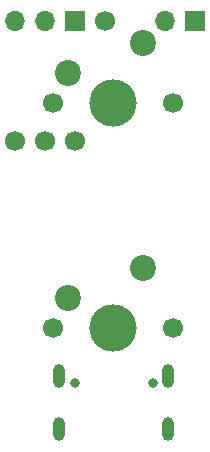
<source format=gbr>
G04 #@! TF.GenerationSoftware,KiCad,Pcbnew,(5.1.10)-1*
G04 #@! TF.CreationDate,2021-08-28T07:38:41-04:00*
G04 #@! TF.ProjectId,milk,6d696c6b-2e6b-4696-9361-645f70636258,rev?*
G04 #@! TF.SameCoordinates,Original*
G04 #@! TF.FileFunction,Soldermask,Bot*
G04 #@! TF.FilePolarity,Negative*
%FSLAX46Y46*%
G04 Gerber Fmt 4.6, Leading zero omitted, Abs format (unit mm)*
G04 Created by KiCad (PCBNEW (5.1.10)-1) date 2021-08-28 07:38:41*
%MOMM*%
%LPD*%
G01*
G04 APERTURE LIST*
%ADD10C,1.700000*%
%ADD11C,4.000000*%
%ADD12C,2.200000*%
%ADD13C,0.800000*%
%ADD14O,1.000000X2.000000*%
%ADD15R,1.700000X1.700000*%
%ADD16O,1.700000X1.700000*%
G04 APERTURE END LIST*
D10*
X175260000Y-73660000D03*
X172720000Y-73660000D03*
X180340000Y-63500000D03*
X177800000Y-73660000D03*
X186105800Y-89535000D03*
X175945800Y-89535000D03*
D11*
X181025800Y-89535000D03*
D12*
X177215800Y-86995000D03*
X183565800Y-84455000D03*
D10*
X186105800Y-70485000D03*
X175945800Y-70485000D03*
D11*
X181025800Y-70485000D03*
D12*
X177215800Y-67945000D03*
X183565800Y-65405000D03*
D13*
X184363900Y-94163100D03*
X177763900Y-94163100D03*
D14*
X185673900Y-93603100D03*
X176453900Y-93603100D03*
X176453900Y-98103100D03*
X185673900Y-98103100D03*
D15*
X177800000Y-63500000D03*
D16*
X175260000Y-63500000D03*
X172720000Y-63500000D03*
D15*
X187960000Y-63500000D03*
D16*
X185420000Y-63500000D03*
M02*

</source>
